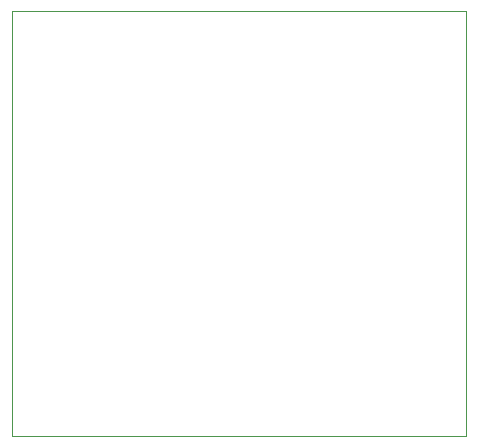
<source format=gbr>
%TF.GenerationSoftware,KiCad,Pcbnew,8.0.3*%
%TF.CreationDate,2024-08-06T14:14:26-07:00*%
%TF.ProjectId,ESP8266_HomAuto,45535038-3236-4365-9f48-6f6d4175746f,rev?*%
%TF.SameCoordinates,Original*%
%TF.FileFunction,Profile,NP*%
%FSLAX46Y46*%
G04 Gerber Fmt 4.6, Leading zero omitted, Abs format (unit mm)*
G04 Created by KiCad (PCBNEW 8.0.3) date 2024-08-06 14:14:26*
%MOMM*%
%LPD*%
G01*
G04 APERTURE LIST*
%TA.AperFunction,Profile*%
%ADD10C,0.050000*%
%TD*%
G04 APERTURE END LIST*
D10*
X110000000Y-62000000D02*
X148500000Y-62000000D01*
X148500000Y-98000000D01*
X110000000Y-98000000D01*
X110000000Y-62000000D01*
M02*

</source>
